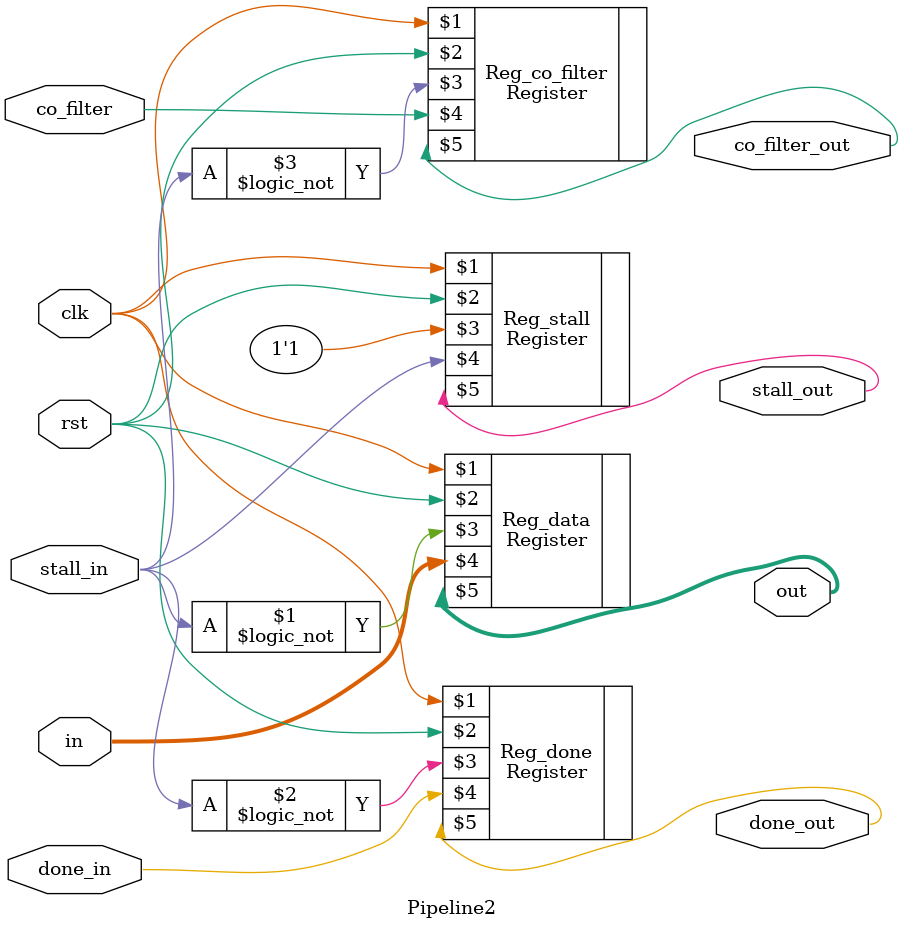
<source format=sv>
module Pipeline1 #(
    parameter DATA_WIDTH = 8
) (
    input  wire clk,
    input  wire rst,
    input  wire stall_in,
    input  wire done_in,
    input  wire co_filter,
    input  wire [DATA_WIDTH-1:0] in,
    input  wire clear,

    output wire  clear_out,
    output wire  [DATA_WIDTH-1:0] out,
    output wire  stall_out,
    output wire  done_out,
    output wire  co_filter_out
);

Register #(DATA_WIDTH) Reg_data(clk, rst, 1'b1, in, out);
Register #(1) Reg_stall(clk, rst, 1'b1, stall_in, stall_out);
Register #(1) Reg_done(clk, rst, 1'b1, done_in, done_out);
Register #(1) Reg_co_filter(clk, rst, 1'b1, co_filter, co_filter_out);
Register #(1) Reg_clear(clk, rst, 1'b1, clear, clear_out);

endmodule


module Pipeline2 #(
    parameter DATA_WIDTH = 8
) (
    input  wire clk,
    input  wire rst,
    input  wire stall_in,
    input  wire done_in,
    input  wire co_filter,
    input  wire [DATA_WIDTH-1:0] in,

    output wire  [DATA_WIDTH-1:0] out,
    output wire  done_out,
    output wire  co_filter_out,
    output wire  stall_out
);

Register #(DATA_WIDTH) Reg_data(clk, rst, !stall_in, in, out);
Register #(1) Reg_done(clk, rst, !stall_in, done_in, done_out);
Register #(1) Reg_co_filter(clk, rst, !stall_in, co_filter, co_filter_out);
Register #(1) Reg_stall(clk, rst, 1'b1, stall_in, stall_out);


endmodule
</source>
